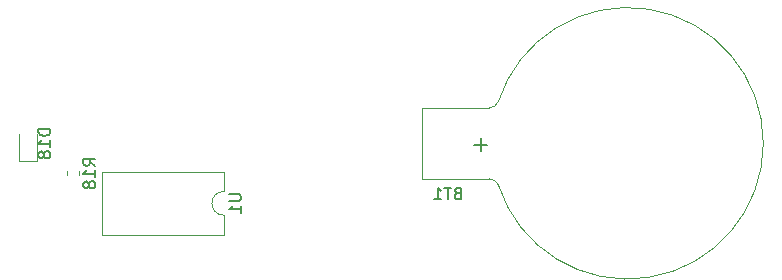
<source format=gbr>
G04 #@! TF.GenerationSoftware,KiCad,Pcbnew,5.1.6-c6e7f7d~87~ubuntu18.04.1*
G04 #@! TF.CreationDate,2020-07-17T19:47:34-05:00*
G04 #@! TF.ProjectId,relojBin,72656c6f-6a42-4696-9e2e-6b696361645f,1.0.8*
G04 #@! TF.SameCoordinates,Original*
G04 #@! TF.FileFunction,Legend,Bot*
G04 #@! TF.FilePolarity,Positive*
%FSLAX46Y46*%
G04 Gerber Fmt 4.6, Leading zero omitted, Abs format (unit mm)*
G04 Created by KiCad (PCBNEW 5.1.6-c6e7f7d~87~ubuntu18.04.1) date 2020-07-17 19:47:34*
%MOMM*%
%LPD*%
G01*
G04 APERTURE LIST*
%ADD10C,0.120000*%
%ADD11C,0.150000*%
G04 APERTURE END LIST*
D10*
X57660000Y-71282779D02*
X57660000Y-70957221D01*
X56640000Y-71282779D02*
X56640000Y-70957221D01*
X54075000Y-67780000D02*
X54075000Y-70065000D01*
X54075000Y-70065000D02*
X52605000Y-70065000D01*
X52605000Y-70065000D02*
X52605000Y-67780000D01*
X69910000Y-74660000D02*
X69910000Y-76310000D01*
X69910000Y-76310000D02*
X59630000Y-76310000D01*
X59630000Y-76310000D02*
X59630000Y-71010000D01*
X59630000Y-71010000D02*
X69910000Y-71010000D01*
X69910000Y-71010000D02*
X69910000Y-72660000D01*
X69910000Y-72660000D02*
G75*
G03*
X69910000Y-74660000I0J-1000000D01*
G01*
X86700000Y-71580000D02*
X92400000Y-71580000D01*
X86700000Y-65580000D02*
X86700000Y-71580000D01*
X86700000Y-65580000D02*
X92400000Y-65580000D01*
X93151754Y-72106384D02*
G75*
G03*
X92400000Y-71580000I-751754J-273616D01*
G01*
X115595671Y-68534719D02*
G75*
G02*
X93150000Y-72080000I-11495671J-45281D01*
G01*
X93151754Y-65053616D02*
G75*
G02*
X92400000Y-65580000I-751754J273616D01*
G01*
X115595671Y-68625281D02*
G75*
G03*
X93150000Y-65080000I-11495671J45281D01*
G01*
D11*
X59032380Y-70477142D02*
X58556190Y-70143809D01*
X59032380Y-69905714D02*
X58032380Y-69905714D01*
X58032380Y-70286666D01*
X58080000Y-70381904D01*
X58127619Y-70429523D01*
X58222857Y-70477142D01*
X58365714Y-70477142D01*
X58460952Y-70429523D01*
X58508571Y-70381904D01*
X58556190Y-70286666D01*
X58556190Y-69905714D01*
X59032380Y-71429523D02*
X59032380Y-70858095D01*
X59032380Y-71143809D02*
X58032380Y-71143809D01*
X58175238Y-71048571D01*
X58270476Y-70953333D01*
X58318095Y-70858095D01*
X58460952Y-72000952D02*
X58413333Y-71905714D01*
X58365714Y-71858095D01*
X58270476Y-71810476D01*
X58222857Y-71810476D01*
X58127619Y-71858095D01*
X58080000Y-71905714D01*
X58032380Y-72000952D01*
X58032380Y-72191428D01*
X58080000Y-72286666D01*
X58127619Y-72334285D01*
X58222857Y-72381904D01*
X58270476Y-72381904D01*
X58365714Y-72334285D01*
X58413333Y-72286666D01*
X58460952Y-72191428D01*
X58460952Y-72000952D01*
X58508571Y-71905714D01*
X58556190Y-71858095D01*
X58651428Y-71810476D01*
X58841904Y-71810476D01*
X58937142Y-71858095D01*
X58984761Y-71905714D01*
X59032380Y-72000952D01*
X59032380Y-72191428D01*
X58984761Y-72286666D01*
X58937142Y-72334285D01*
X58841904Y-72381904D01*
X58651428Y-72381904D01*
X58556190Y-72334285D01*
X58508571Y-72286666D01*
X58460952Y-72191428D01*
X55222380Y-67365714D02*
X54222380Y-67365714D01*
X54222380Y-67603809D01*
X54270000Y-67746666D01*
X54365238Y-67841904D01*
X54460476Y-67889523D01*
X54650952Y-67937142D01*
X54793809Y-67937142D01*
X54984285Y-67889523D01*
X55079523Y-67841904D01*
X55174761Y-67746666D01*
X55222380Y-67603809D01*
X55222380Y-67365714D01*
X55222380Y-68889523D02*
X55222380Y-68318095D01*
X55222380Y-68603809D02*
X54222380Y-68603809D01*
X54365238Y-68508571D01*
X54460476Y-68413333D01*
X54508095Y-68318095D01*
X54650952Y-69460952D02*
X54603333Y-69365714D01*
X54555714Y-69318095D01*
X54460476Y-69270476D01*
X54412857Y-69270476D01*
X54317619Y-69318095D01*
X54270000Y-69365714D01*
X54222380Y-69460952D01*
X54222380Y-69651428D01*
X54270000Y-69746666D01*
X54317619Y-69794285D01*
X54412857Y-69841904D01*
X54460476Y-69841904D01*
X54555714Y-69794285D01*
X54603333Y-69746666D01*
X54650952Y-69651428D01*
X54650952Y-69460952D01*
X54698571Y-69365714D01*
X54746190Y-69318095D01*
X54841428Y-69270476D01*
X55031904Y-69270476D01*
X55127142Y-69318095D01*
X55174761Y-69365714D01*
X55222380Y-69460952D01*
X55222380Y-69651428D01*
X55174761Y-69746666D01*
X55127142Y-69794285D01*
X55031904Y-69841904D01*
X54841428Y-69841904D01*
X54746190Y-69794285D01*
X54698571Y-69746666D01*
X54650952Y-69651428D01*
X70362380Y-72898095D02*
X71171904Y-72898095D01*
X71267142Y-72945714D01*
X71314761Y-72993333D01*
X71362380Y-73088571D01*
X71362380Y-73279047D01*
X71314761Y-73374285D01*
X71267142Y-73421904D01*
X71171904Y-73469523D01*
X70362380Y-73469523D01*
X71362380Y-74469523D02*
X71362380Y-73898095D01*
X71362380Y-74183809D02*
X70362380Y-74183809D01*
X70505238Y-74088571D01*
X70600476Y-73993333D01*
X70648095Y-73898095D01*
X89685714Y-72808571D02*
X89542857Y-72856190D01*
X89495238Y-72903809D01*
X89447619Y-72999047D01*
X89447619Y-73141904D01*
X89495238Y-73237142D01*
X89542857Y-73284761D01*
X89638095Y-73332380D01*
X90019047Y-73332380D01*
X90019047Y-72332380D01*
X89685714Y-72332380D01*
X89590476Y-72380000D01*
X89542857Y-72427619D01*
X89495238Y-72522857D01*
X89495238Y-72618095D01*
X89542857Y-72713333D01*
X89590476Y-72760952D01*
X89685714Y-72808571D01*
X90019047Y-72808571D01*
X89161904Y-72332380D02*
X88590476Y-72332380D01*
X88876190Y-73332380D02*
X88876190Y-72332380D01*
X87733333Y-73332380D02*
X88304761Y-73332380D01*
X88019047Y-73332380D02*
X88019047Y-72332380D01*
X88114285Y-72475238D01*
X88209523Y-72570476D01*
X88304761Y-72618095D01*
X92221428Y-68687142D02*
X91078571Y-68687142D01*
X91650000Y-69258571D02*
X91650000Y-68115714D01*
M02*

</source>
